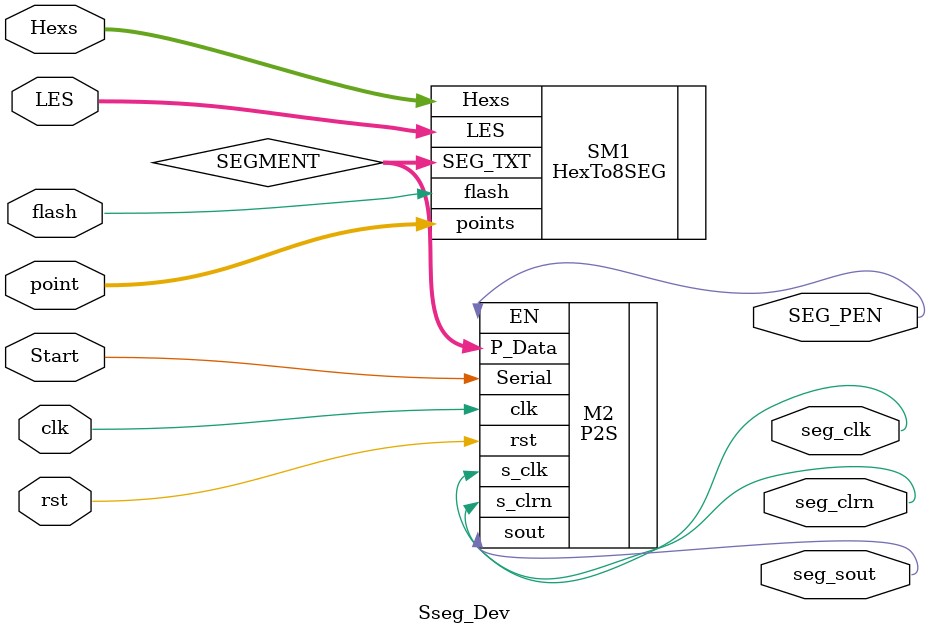
<source format=v>
module Sseg_Dev(
    input clk,
    input flash,
    input [31:0] Hexs,
    input [7:0] LES,
    input [7:0] point,
    input rst,
    input Start,
    output seg_clk,
    output seg_clrn,
    output SEG_PEN,
    output seg_sout
);

   wire [63:0] SEGMENT;

   P2S  M2 (.clk(clk), 
           .P_Data(SEGMENT[63:0]), 
           .rst(rst), 
           .Serial(Start), 
           .EN(SEG_PEN), 
           .sout(seg_sout), 
           .s_clk(seg_clk), 
           .s_clrn(seg_clrn));

   HexTo8SEG  SM1 (.flash(flash), 
                  .Hexs(Hexs[31:0]), 
                  .LES(LES[7:0]), 
                  .points(point[7:0]), 
                  .SEG_TXT(SEGMENT[63:0]));

endmodule

</source>
